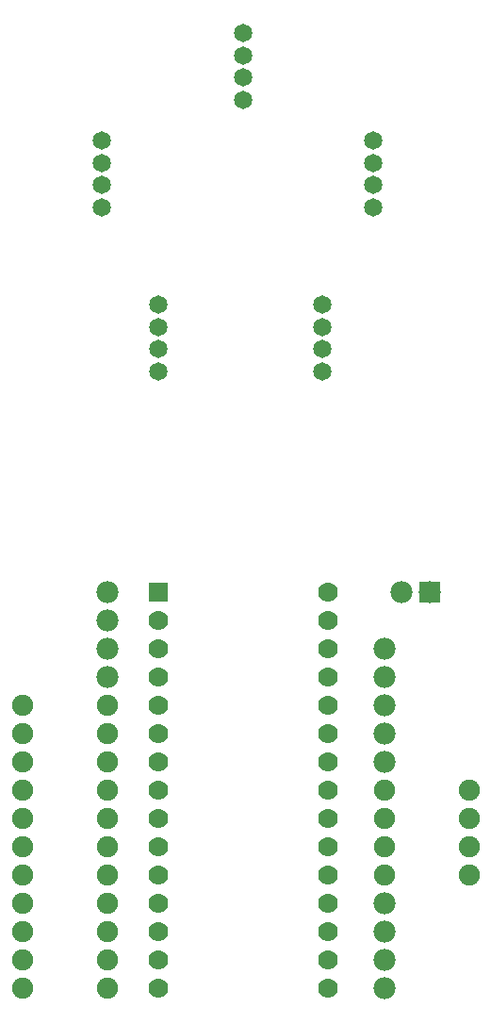
<source format=gtl>
G04 MADE WITH FRITZING*
G04 WWW.FRITZING.ORG*
G04 DOUBLE SIDED*
G04 HOLES PLATED*
G04 CONTOUR ON CENTER OF CONTOUR VECTOR*
%ASAXBY*%
%FSLAX23Y23*%
%MOIN*%
%OFA0B0*%
%SFA1.0B1.0*%
%ADD10C,0.078000*%
%ADD11C,0.070000*%
%ADD12C,0.065000*%
%ADD13C,0.075000*%
%ADD14R,0.069972X0.070000*%
%ADD15R,0.078000X0.078000*%
%LNCOPPER1*%
G90*
G70*
G54D10*
X1903Y1569D03*
X1903Y1469D03*
X1903Y1369D03*
X1903Y1269D03*
X1903Y1169D03*
X1903Y1569D03*
X1903Y1469D03*
X1903Y1369D03*
X1903Y1269D03*
X1903Y1169D03*
X923Y1769D03*
X923Y1669D03*
X923Y1569D03*
X923Y1469D03*
X923Y1769D03*
X923Y1669D03*
X923Y1569D03*
X923Y1469D03*
X1903Y669D03*
X1903Y569D03*
X1903Y469D03*
X1903Y369D03*
X1903Y669D03*
X1903Y569D03*
X1903Y469D03*
X1903Y369D03*
G54D11*
X1103Y1769D03*
X1103Y1669D03*
X1103Y1569D03*
X1103Y1469D03*
X1103Y1369D03*
X1103Y1269D03*
X1103Y1169D03*
X1103Y1069D03*
X1103Y969D03*
X1103Y869D03*
X1103Y769D03*
X1103Y669D03*
X1103Y569D03*
X1103Y469D03*
X1103Y369D03*
X1703Y1769D03*
X1703Y1669D03*
X1703Y1569D03*
X1703Y1469D03*
X1703Y1369D03*
X1703Y1269D03*
X1703Y1169D03*
X1703Y1069D03*
X1703Y969D03*
X1703Y869D03*
X1703Y769D03*
X1703Y669D03*
X1703Y569D03*
X1703Y469D03*
X1703Y369D03*
G54D12*
X1103Y2550D03*
X1103Y2629D03*
X1103Y2707D03*
X1103Y2786D03*
X1103Y2550D03*
X1103Y2629D03*
X1103Y2707D03*
X1103Y2786D03*
X1863Y3130D03*
X1863Y3209D03*
X1863Y3287D03*
X1863Y3366D03*
X1863Y3130D03*
X1863Y3209D03*
X1863Y3287D03*
X1863Y3366D03*
X1403Y3510D03*
X1403Y3589D03*
X1403Y3667D03*
X1403Y3746D03*
X1403Y3510D03*
X1403Y3589D03*
X1403Y3667D03*
X1403Y3746D03*
X903Y3130D03*
X903Y3209D03*
X903Y3287D03*
X903Y3366D03*
X903Y3130D03*
X903Y3209D03*
X903Y3287D03*
X903Y3366D03*
X1683Y2550D03*
X1683Y2629D03*
X1683Y2707D03*
X1683Y2786D03*
X1683Y2550D03*
X1683Y2629D03*
X1683Y2707D03*
X1683Y2786D03*
G54D10*
X2063Y1769D03*
X1963Y1769D03*
X2063Y1769D03*
X1963Y1769D03*
G54D13*
X623Y469D03*
X923Y469D03*
X623Y469D03*
X923Y469D03*
X623Y369D03*
X923Y369D03*
X623Y369D03*
X923Y369D03*
X2203Y769D03*
X1903Y769D03*
X2203Y769D03*
X1903Y769D03*
X623Y569D03*
X923Y569D03*
X623Y569D03*
X923Y569D03*
X623Y669D03*
X923Y669D03*
X623Y669D03*
X923Y669D03*
X623Y769D03*
X923Y769D03*
X623Y769D03*
X923Y769D03*
X623Y869D03*
X923Y869D03*
X623Y869D03*
X923Y869D03*
X623Y969D03*
X923Y969D03*
X623Y969D03*
X923Y969D03*
X623Y1069D03*
X923Y1069D03*
X623Y1069D03*
X923Y1069D03*
X2203Y869D03*
X1903Y869D03*
X2203Y869D03*
X1903Y869D03*
X2203Y969D03*
X1903Y969D03*
X2203Y969D03*
X1903Y969D03*
X2203Y1069D03*
X1903Y1069D03*
X2203Y1069D03*
X1903Y1069D03*
X623Y1369D03*
X923Y1369D03*
X623Y1369D03*
X923Y1369D03*
X623Y1269D03*
X923Y1269D03*
X623Y1269D03*
X923Y1269D03*
X623Y1169D03*
X923Y1169D03*
X623Y1169D03*
X923Y1169D03*
G54D14*
X1103Y1769D03*
G54D15*
X2063Y1769D03*
X2063Y1769D03*
G04 End of Copper1*
M02*
</source>
